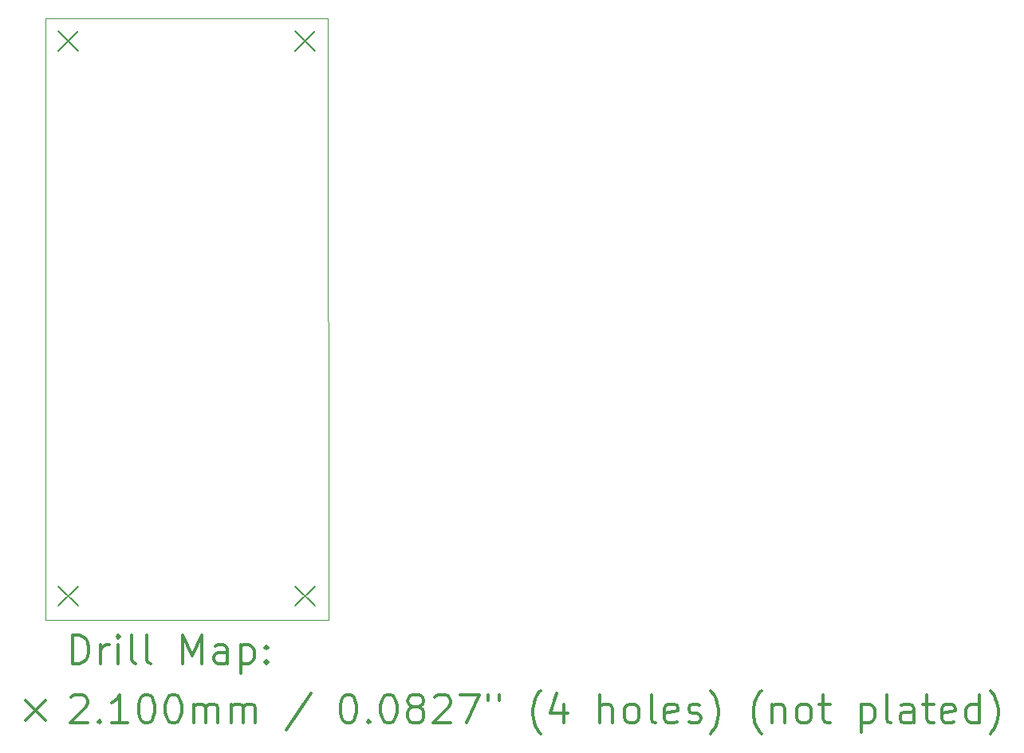
<source format=gbr>
%FSLAX45Y45*%
G04 Gerber Fmt 4.5, Leading zero omitted, Abs format (unit mm)*
G04 Created by KiCad (PCBNEW (5.1.12)-1) date 2022-08-18 11:36:25*
%MOMM*%
%LPD*%
G01*
G04 APERTURE LIST*
%TA.AperFunction,Profile*%
%ADD10C,0.050000*%
%TD*%
%ADD11C,0.200000*%
%ADD12C,0.300000*%
G04 APERTURE END LIST*
D10*
X14440000Y-3400000D02*
X11450000Y-3400000D01*
X11450000Y-9790000D02*
X11450000Y-3400000D01*
X14450000Y-9790000D02*
X14440000Y-3400000D01*
X11450000Y-9790000D02*
X14450000Y-9790000D01*
D11*
X11585000Y-3535000D02*
X11795000Y-3745000D01*
X11795000Y-3535000D02*
X11585000Y-3745000D01*
X11585000Y-9435000D02*
X11795000Y-9645000D01*
X11795000Y-9435000D02*
X11585000Y-9645000D01*
X14095000Y-3535000D02*
X14305000Y-3745000D01*
X14305000Y-3535000D02*
X14095000Y-3745000D01*
X14095000Y-9435000D02*
X14305000Y-9645000D01*
X14305000Y-9435000D02*
X14095000Y-9645000D01*
D12*
X11733928Y-10258214D02*
X11733928Y-9958214D01*
X11805357Y-9958214D01*
X11848214Y-9972500D01*
X11876786Y-10001072D01*
X11891071Y-10029643D01*
X11905357Y-10086786D01*
X11905357Y-10129643D01*
X11891071Y-10186786D01*
X11876786Y-10215357D01*
X11848214Y-10243929D01*
X11805357Y-10258214D01*
X11733928Y-10258214D01*
X12033928Y-10258214D02*
X12033928Y-10058214D01*
X12033928Y-10115357D02*
X12048214Y-10086786D01*
X12062500Y-10072500D01*
X12091071Y-10058214D01*
X12119643Y-10058214D01*
X12219643Y-10258214D02*
X12219643Y-10058214D01*
X12219643Y-9958214D02*
X12205357Y-9972500D01*
X12219643Y-9986786D01*
X12233928Y-9972500D01*
X12219643Y-9958214D01*
X12219643Y-9986786D01*
X12405357Y-10258214D02*
X12376786Y-10243929D01*
X12362500Y-10215357D01*
X12362500Y-9958214D01*
X12562500Y-10258214D02*
X12533928Y-10243929D01*
X12519643Y-10215357D01*
X12519643Y-9958214D01*
X12905357Y-10258214D02*
X12905357Y-9958214D01*
X13005357Y-10172500D01*
X13105357Y-9958214D01*
X13105357Y-10258214D01*
X13376786Y-10258214D02*
X13376786Y-10101072D01*
X13362500Y-10072500D01*
X13333928Y-10058214D01*
X13276786Y-10058214D01*
X13248214Y-10072500D01*
X13376786Y-10243929D02*
X13348214Y-10258214D01*
X13276786Y-10258214D01*
X13248214Y-10243929D01*
X13233928Y-10215357D01*
X13233928Y-10186786D01*
X13248214Y-10158214D01*
X13276786Y-10143929D01*
X13348214Y-10143929D01*
X13376786Y-10129643D01*
X13519643Y-10058214D02*
X13519643Y-10358214D01*
X13519643Y-10072500D02*
X13548214Y-10058214D01*
X13605357Y-10058214D01*
X13633928Y-10072500D01*
X13648214Y-10086786D01*
X13662500Y-10115357D01*
X13662500Y-10201072D01*
X13648214Y-10229643D01*
X13633928Y-10243929D01*
X13605357Y-10258214D01*
X13548214Y-10258214D01*
X13519643Y-10243929D01*
X13791071Y-10229643D02*
X13805357Y-10243929D01*
X13791071Y-10258214D01*
X13776786Y-10243929D01*
X13791071Y-10229643D01*
X13791071Y-10258214D01*
X13791071Y-10072500D02*
X13805357Y-10086786D01*
X13791071Y-10101072D01*
X13776786Y-10086786D01*
X13791071Y-10072500D01*
X13791071Y-10101072D01*
X11237500Y-10647500D02*
X11447500Y-10857500D01*
X11447500Y-10647500D02*
X11237500Y-10857500D01*
X11719643Y-10616786D02*
X11733928Y-10602500D01*
X11762500Y-10588214D01*
X11833928Y-10588214D01*
X11862500Y-10602500D01*
X11876786Y-10616786D01*
X11891071Y-10645357D01*
X11891071Y-10673929D01*
X11876786Y-10716786D01*
X11705357Y-10888214D01*
X11891071Y-10888214D01*
X12019643Y-10859643D02*
X12033928Y-10873929D01*
X12019643Y-10888214D01*
X12005357Y-10873929D01*
X12019643Y-10859643D01*
X12019643Y-10888214D01*
X12319643Y-10888214D02*
X12148214Y-10888214D01*
X12233928Y-10888214D02*
X12233928Y-10588214D01*
X12205357Y-10631072D01*
X12176786Y-10659643D01*
X12148214Y-10673929D01*
X12505357Y-10588214D02*
X12533928Y-10588214D01*
X12562500Y-10602500D01*
X12576786Y-10616786D01*
X12591071Y-10645357D01*
X12605357Y-10702500D01*
X12605357Y-10773929D01*
X12591071Y-10831072D01*
X12576786Y-10859643D01*
X12562500Y-10873929D01*
X12533928Y-10888214D01*
X12505357Y-10888214D01*
X12476786Y-10873929D01*
X12462500Y-10859643D01*
X12448214Y-10831072D01*
X12433928Y-10773929D01*
X12433928Y-10702500D01*
X12448214Y-10645357D01*
X12462500Y-10616786D01*
X12476786Y-10602500D01*
X12505357Y-10588214D01*
X12791071Y-10588214D02*
X12819643Y-10588214D01*
X12848214Y-10602500D01*
X12862500Y-10616786D01*
X12876786Y-10645357D01*
X12891071Y-10702500D01*
X12891071Y-10773929D01*
X12876786Y-10831072D01*
X12862500Y-10859643D01*
X12848214Y-10873929D01*
X12819643Y-10888214D01*
X12791071Y-10888214D01*
X12762500Y-10873929D01*
X12748214Y-10859643D01*
X12733928Y-10831072D01*
X12719643Y-10773929D01*
X12719643Y-10702500D01*
X12733928Y-10645357D01*
X12748214Y-10616786D01*
X12762500Y-10602500D01*
X12791071Y-10588214D01*
X13019643Y-10888214D02*
X13019643Y-10688214D01*
X13019643Y-10716786D02*
X13033928Y-10702500D01*
X13062500Y-10688214D01*
X13105357Y-10688214D01*
X13133928Y-10702500D01*
X13148214Y-10731072D01*
X13148214Y-10888214D01*
X13148214Y-10731072D02*
X13162500Y-10702500D01*
X13191071Y-10688214D01*
X13233928Y-10688214D01*
X13262500Y-10702500D01*
X13276786Y-10731072D01*
X13276786Y-10888214D01*
X13419643Y-10888214D02*
X13419643Y-10688214D01*
X13419643Y-10716786D02*
X13433928Y-10702500D01*
X13462500Y-10688214D01*
X13505357Y-10688214D01*
X13533928Y-10702500D01*
X13548214Y-10731072D01*
X13548214Y-10888214D01*
X13548214Y-10731072D02*
X13562500Y-10702500D01*
X13591071Y-10688214D01*
X13633928Y-10688214D01*
X13662500Y-10702500D01*
X13676786Y-10731072D01*
X13676786Y-10888214D01*
X14262500Y-10573929D02*
X14005357Y-10959643D01*
X14648214Y-10588214D02*
X14676786Y-10588214D01*
X14705357Y-10602500D01*
X14719643Y-10616786D01*
X14733928Y-10645357D01*
X14748214Y-10702500D01*
X14748214Y-10773929D01*
X14733928Y-10831072D01*
X14719643Y-10859643D01*
X14705357Y-10873929D01*
X14676786Y-10888214D01*
X14648214Y-10888214D01*
X14619643Y-10873929D01*
X14605357Y-10859643D01*
X14591071Y-10831072D01*
X14576786Y-10773929D01*
X14576786Y-10702500D01*
X14591071Y-10645357D01*
X14605357Y-10616786D01*
X14619643Y-10602500D01*
X14648214Y-10588214D01*
X14876786Y-10859643D02*
X14891071Y-10873929D01*
X14876786Y-10888214D01*
X14862500Y-10873929D01*
X14876786Y-10859643D01*
X14876786Y-10888214D01*
X15076786Y-10588214D02*
X15105357Y-10588214D01*
X15133928Y-10602500D01*
X15148214Y-10616786D01*
X15162500Y-10645357D01*
X15176786Y-10702500D01*
X15176786Y-10773929D01*
X15162500Y-10831072D01*
X15148214Y-10859643D01*
X15133928Y-10873929D01*
X15105357Y-10888214D01*
X15076786Y-10888214D01*
X15048214Y-10873929D01*
X15033928Y-10859643D01*
X15019643Y-10831072D01*
X15005357Y-10773929D01*
X15005357Y-10702500D01*
X15019643Y-10645357D01*
X15033928Y-10616786D01*
X15048214Y-10602500D01*
X15076786Y-10588214D01*
X15348214Y-10716786D02*
X15319643Y-10702500D01*
X15305357Y-10688214D01*
X15291071Y-10659643D01*
X15291071Y-10645357D01*
X15305357Y-10616786D01*
X15319643Y-10602500D01*
X15348214Y-10588214D01*
X15405357Y-10588214D01*
X15433928Y-10602500D01*
X15448214Y-10616786D01*
X15462500Y-10645357D01*
X15462500Y-10659643D01*
X15448214Y-10688214D01*
X15433928Y-10702500D01*
X15405357Y-10716786D01*
X15348214Y-10716786D01*
X15319643Y-10731072D01*
X15305357Y-10745357D01*
X15291071Y-10773929D01*
X15291071Y-10831072D01*
X15305357Y-10859643D01*
X15319643Y-10873929D01*
X15348214Y-10888214D01*
X15405357Y-10888214D01*
X15433928Y-10873929D01*
X15448214Y-10859643D01*
X15462500Y-10831072D01*
X15462500Y-10773929D01*
X15448214Y-10745357D01*
X15433928Y-10731072D01*
X15405357Y-10716786D01*
X15576786Y-10616786D02*
X15591071Y-10602500D01*
X15619643Y-10588214D01*
X15691071Y-10588214D01*
X15719643Y-10602500D01*
X15733928Y-10616786D01*
X15748214Y-10645357D01*
X15748214Y-10673929D01*
X15733928Y-10716786D01*
X15562500Y-10888214D01*
X15748214Y-10888214D01*
X15848214Y-10588214D02*
X16048214Y-10588214D01*
X15919643Y-10888214D01*
X16148214Y-10588214D02*
X16148214Y-10645357D01*
X16262500Y-10588214D02*
X16262500Y-10645357D01*
X16705357Y-11002500D02*
X16691071Y-10988214D01*
X16662500Y-10945357D01*
X16648214Y-10916786D01*
X16633928Y-10873929D01*
X16619643Y-10802500D01*
X16619643Y-10745357D01*
X16633928Y-10673929D01*
X16648214Y-10631072D01*
X16662500Y-10602500D01*
X16691071Y-10559643D01*
X16705357Y-10545357D01*
X16948214Y-10688214D02*
X16948214Y-10888214D01*
X16876786Y-10573929D02*
X16805357Y-10788214D01*
X16991071Y-10788214D01*
X17333928Y-10888214D02*
X17333928Y-10588214D01*
X17462500Y-10888214D02*
X17462500Y-10731072D01*
X17448214Y-10702500D01*
X17419643Y-10688214D01*
X17376786Y-10688214D01*
X17348214Y-10702500D01*
X17333928Y-10716786D01*
X17648214Y-10888214D02*
X17619643Y-10873929D01*
X17605357Y-10859643D01*
X17591071Y-10831072D01*
X17591071Y-10745357D01*
X17605357Y-10716786D01*
X17619643Y-10702500D01*
X17648214Y-10688214D01*
X17691071Y-10688214D01*
X17719643Y-10702500D01*
X17733928Y-10716786D01*
X17748214Y-10745357D01*
X17748214Y-10831072D01*
X17733928Y-10859643D01*
X17719643Y-10873929D01*
X17691071Y-10888214D01*
X17648214Y-10888214D01*
X17919643Y-10888214D02*
X17891071Y-10873929D01*
X17876786Y-10845357D01*
X17876786Y-10588214D01*
X18148214Y-10873929D02*
X18119643Y-10888214D01*
X18062500Y-10888214D01*
X18033928Y-10873929D01*
X18019643Y-10845357D01*
X18019643Y-10731072D01*
X18033928Y-10702500D01*
X18062500Y-10688214D01*
X18119643Y-10688214D01*
X18148214Y-10702500D01*
X18162500Y-10731072D01*
X18162500Y-10759643D01*
X18019643Y-10788214D01*
X18276786Y-10873929D02*
X18305357Y-10888214D01*
X18362500Y-10888214D01*
X18391071Y-10873929D01*
X18405357Y-10845357D01*
X18405357Y-10831072D01*
X18391071Y-10802500D01*
X18362500Y-10788214D01*
X18319643Y-10788214D01*
X18291071Y-10773929D01*
X18276786Y-10745357D01*
X18276786Y-10731072D01*
X18291071Y-10702500D01*
X18319643Y-10688214D01*
X18362500Y-10688214D01*
X18391071Y-10702500D01*
X18505357Y-11002500D02*
X18519643Y-10988214D01*
X18548214Y-10945357D01*
X18562500Y-10916786D01*
X18576786Y-10873929D01*
X18591071Y-10802500D01*
X18591071Y-10745357D01*
X18576786Y-10673929D01*
X18562500Y-10631072D01*
X18548214Y-10602500D01*
X18519643Y-10559643D01*
X18505357Y-10545357D01*
X19048214Y-11002500D02*
X19033928Y-10988214D01*
X19005357Y-10945357D01*
X18991071Y-10916786D01*
X18976786Y-10873929D01*
X18962500Y-10802500D01*
X18962500Y-10745357D01*
X18976786Y-10673929D01*
X18991071Y-10631072D01*
X19005357Y-10602500D01*
X19033928Y-10559643D01*
X19048214Y-10545357D01*
X19162500Y-10688214D02*
X19162500Y-10888214D01*
X19162500Y-10716786D02*
X19176786Y-10702500D01*
X19205357Y-10688214D01*
X19248214Y-10688214D01*
X19276786Y-10702500D01*
X19291071Y-10731072D01*
X19291071Y-10888214D01*
X19476786Y-10888214D02*
X19448214Y-10873929D01*
X19433928Y-10859643D01*
X19419643Y-10831072D01*
X19419643Y-10745357D01*
X19433928Y-10716786D01*
X19448214Y-10702500D01*
X19476786Y-10688214D01*
X19519643Y-10688214D01*
X19548214Y-10702500D01*
X19562500Y-10716786D01*
X19576786Y-10745357D01*
X19576786Y-10831072D01*
X19562500Y-10859643D01*
X19548214Y-10873929D01*
X19519643Y-10888214D01*
X19476786Y-10888214D01*
X19662500Y-10688214D02*
X19776786Y-10688214D01*
X19705357Y-10588214D02*
X19705357Y-10845357D01*
X19719643Y-10873929D01*
X19748214Y-10888214D01*
X19776786Y-10888214D01*
X20105357Y-10688214D02*
X20105357Y-10988214D01*
X20105357Y-10702500D02*
X20133928Y-10688214D01*
X20191071Y-10688214D01*
X20219643Y-10702500D01*
X20233928Y-10716786D01*
X20248214Y-10745357D01*
X20248214Y-10831072D01*
X20233928Y-10859643D01*
X20219643Y-10873929D01*
X20191071Y-10888214D01*
X20133928Y-10888214D01*
X20105357Y-10873929D01*
X20419643Y-10888214D02*
X20391071Y-10873929D01*
X20376786Y-10845357D01*
X20376786Y-10588214D01*
X20662500Y-10888214D02*
X20662500Y-10731072D01*
X20648214Y-10702500D01*
X20619643Y-10688214D01*
X20562500Y-10688214D01*
X20533928Y-10702500D01*
X20662500Y-10873929D02*
X20633928Y-10888214D01*
X20562500Y-10888214D01*
X20533928Y-10873929D01*
X20519643Y-10845357D01*
X20519643Y-10816786D01*
X20533928Y-10788214D01*
X20562500Y-10773929D01*
X20633928Y-10773929D01*
X20662500Y-10759643D01*
X20762500Y-10688214D02*
X20876786Y-10688214D01*
X20805357Y-10588214D02*
X20805357Y-10845357D01*
X20819643Y-10873929D01*
X20848214Y-10888214D01*
X20876786Y-10888214D01*
X21091071Y-10873929D02*
X21062500Y-10888214D01*
X21005357Y-10888214D01*
X20976786Y-10873929D01*
X20962500Y-10845357D01*
X20962500Y-10731072D01*
X20976786Y-10702500D01*
X21005357Y-10688214D01*
X21062500Y-10688214D01*
X21091071Y-10702500D01*
X21105357Y-10731072D01*
X21105357Y-10759643D01*
X20962500Y-10788214D01*
X21362500Y-10888214D02*
X21362500Y-10588214D01*
X21362500Y-10873929D02*
X21333928Y-10888214D01*
X21276786Y-10888214D01*
X21248214Y-10873929D01*
X21233928Y-10859643D01*
X21219643Y-10831072D01*
X21219643Y-10745357D01*
X21233928Y-10716786D01*
X21248214Y-10702500D01*
X21276786Y-10688214D01*
X21333928Y-10688214D01*
X21362500Y-10702500D01*
X21476786Y-11002500D02*
X21491071Y-10988214D01*
X21519643Y-10945357D01*
X21533928Y-10916786D01*
X21548214Y-10873929D01*
X21562500Y-10802500D01*
X21562500Y-10745357D01*
X21548214Y-10673929D01*
X21533928Y-10631072D01*
X21519643Y-10602500D01*
X21491071Y-10559643D01*
X21476786Y-10545357D01*
M02*

</source>
